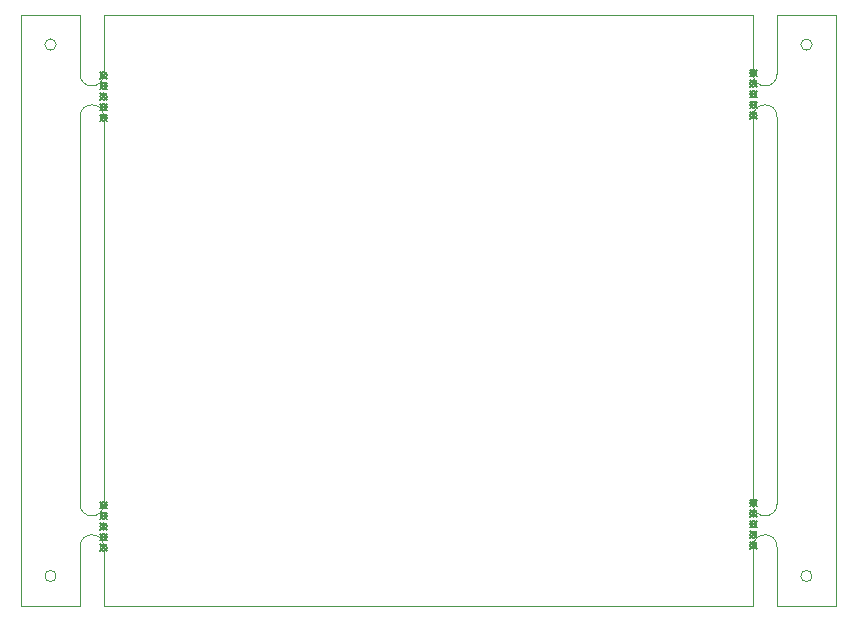
<source format=gm1>
G04 #@! TF.GenerationSoftware,KiCad,Pcbnew,(5.1.6-0-10_14)*
G04 #@! TF.CreationDate,2021-10-07T11:44:50+09:00*
G04 #@! TF.ProjectId,peltier,70656c74-6965-4722-9e6b-696361645f70,rev?*
G04 #@! TF.SameCoordinates,Original*
G04 #@! TF.FileFunction,Profile,NP*
%FSLAX46Y46*%
G04 Gerber Fmt 4.6, Leading zero omitted, Abs format (unit mm)*
G04 Created by KiCad (PCBNEW (5.1.6-0-10_14)) date 2021-10-07 11:44:50*
%MOMM*%
%LPD*%
G01*
G04 APERTURE LIST*
G04 #@! TA.AperFunction,Profile*
%ADD10C,0.100000*%
G04 #@! TD*
G04 #@! TA.AperFunction,Profile*
%ADD11C,0.200000*%
G04 #@! TD*
G04 APERTURE END LIST*
D10*
X184000000Y-69000000D02*
X184000000Y-64000000D01*
X129000000Y-69000000D02*
X129000000Y-64000000D01*
X129000000Y-19000000D02*
X129000000Y-24000000D01*
X184000000Y-19000000D02*
X184000000Y-24000000D01*
X188975000Y-66500000D02*
G75*
G03*
X188975000Y-66500000I-475000J0D01*
G01*
X191000000Y-19000000D02*
X186000000Y-19000000D01*
D11*
X184275000Y-25700000D02*
G75*
G03*
X184275000Y-25700000I-275000J0D01*
G01*
X183725000Y-25425000D02*
X184275000Y-25975000D01*
X183725000Y-25975000D02*
X184275000Y-25425000D01*
D10*
X184000000Y-64000000D02*
G75*
G02*
X186000000Y-64000000I1000000J0D01*
G01*
X186000000Y-60400000D02*
G75*
G02*
X184000000Y-60400000I-1000000J0D01*
G01*
X186000000Y-69000000D02*
X191000000Y-69000000D01*
D11*
X184275000Y-24800000D02*
G75*
G03*
X184275000Y-24800000I-275000J0D01*
G01*
X183725000Y-24525000D02*
X184275000Y-25075000D01*
X183725000Y-25075000D02*
X184275000Y-24525000D01*
X184275000Y-27500000D02*
G75*
G03*
X184275000Y-27500000I-275000J0D01*
G01*
X183725000Y-27225000D02*
X184275000Y-27775000D01*
X183725000Y-27775000D02*
X184275000Y-27225000D01*
X184275000Y-23900000D02*
G75*
G03*
X184275000Y-23900000I-275000J0D01*
G01*
X183725000Y-23625000D02*
X184275000Y-24175000D01*
X183725000Y-24175000D02*
X184275000Y-23625000D01*
X184275000Y-61200000D02*
G75*
G03*
X184275000Y-61200000I-275000J0D01*
G01*
X183725000Y-60925000D02*
X184275000Y-61475000D01*
X183725000Y-61475000D02*
X184275000Y-60925000D01*
X184275000Y-26600000D02*
G75*
G03*
X184275000Y-26600000I-275000J0D01*
G01*
X183725000Y-26325000D02*
X184275000Y-26875000D01*
X183725000Y-26875000D02*
X184275000Y-26325000D01*
D10*
X186000000Y-19000000D02*
X186000000Y-24000000D01*
X186000000Y-69000000D02*
X186000000Y-64000000D01*
X186000000Y-24000000D02*
G75*
G02*
X184000000Y-24000000I-1000000J0D01*
G01*
X191000000Y-19000000D02*
X191000000Y-69000000D01*
X186000000Y-27600000D02*
X186000000Y-60400000D01*
D11*
X184275000Y-60300000D02*
G75*
G03*
X184275000Y-60300000I-275000J0D01*
G01*
X183725000Y-60025000D02*
X184275000Y-60575000D01*
X183725000Y-60575000D02*
X184275000Y-60025000D01*
X184275000Y-62100000D02*
G75*
G03*
X184275000Y-62100000I-275000J0D01*
G01*
X183725000Y-61825000D02*
X184275000Y-62375000D01*
X183725000Y-62375000D02*
X184275000Y-61825000D01*
D10*
X188975000Y-21500000D02*
G75*
G03*
X188975000Y-21500000I-475000J0D01*
G01*
D11*
X184275000Y-63000000D02*
G75*
G03*
X184275000Y-63000000I-275000J0D01*
G01*
X183725000Y-62725000D02*
X184275000Y-63275000D01*
X183725000Y-63275000D02*
X184275000Y-62725000D01*
X184275000Y-63900000D02*
G75*
G03*
X184275000Y-63900000I-275000J0D01*
G01*
X183725000Y-63625000D02*
X184275000Y-64175000D01*
X183725000Y-64175000D02*
X184275000Y-63625000D01*
D10*
X184000000Y-27600000D02*
G75*
G02*
X186000000Y-27600000I1000000J0D01*
G01*
X124975000Y-66500000D02*
G75*
G03*
X124975000Y-66500000I-475000J0D01*
G01*
D11*
X129275000Y-25900000D02*
G75*
G03*
X129275000Y-25900000I-275000J0D01*
G01*
X128725000Y-25625000D02*
X129275000Y-26175000D01*
X128725000Y-26175000D02*
X129275000Y-25625000D01*
X129275000Y-26800000D02*
G75*
G03*
X129275000Y-26800000I-275000J0D01*
G01*
X128725000Y-26525000D02*
X129275000Y-27075000D01*
X128725000Y-27075000D02*
X129275000Y-26525000D01*
D10*
X127000000Y-27600000D02*
G75*
G02*
X129000000Y-27600000I1000000J0D01*
G01*
D11*
X129275000Y-27700000D02*
G75*
G03*
X129275000Y-27700000I-275000J0D01*
G01*
X128725000Y-27425000D02*
X129275000Y-27975000D01*
X128725000Y-27975000D02*
X129275000Y-27425000D01*
X129275000Y-25000000D02*
G75*
G03*
X129275000Y-25000000I-275000J0D01*
G01*
X128725000Y-24725000D02*
X129275000Y-25275000D01*
X128725000Y-25275000D02*
X129275000Y-24725000D01*
X129275000Y-24100000D02*
G75*
G03*
X129275000Y-24100000I-275000J0D01*
G01*
X128725000Y-23825000D02*
X129275000Y-24375000D01*
X128725000Y-24375000D02*
X129275000Y-23825000D01*
X129275000Y-63200000D02*
G75*
G03*
X129275000Y-63200000I-275000J0D01*
G01*
X128725000Y-62925000D02*
X129275000Y-63475000D01*
X128725000Y-63475000D02*
X129275000Y-62925000D01*
X129275000Y-64100000D02*
G75*
G03*
X129275000Y-64100000I-275000J0D01*
G01*
X128725000Y-63825000D02*
X129275000Y-64375000D01*
X128725000Y-64375000D02*
X129275000Y-63825000D01*
D10*
X127000000Y-69000000D02*
X127000000Y-64000000D01*
X122000000Y-69000000D02*
X127000000Y-69000000D01*
X129000000Y-24000000D02*
G75*
G02*
X127000000Y-24000000I-1000000J0D01*
G01*
X127000000Y-19000000D02*
X127000000Y-24000000D01*
X127000000Y-19000000D02*
X122000000Y-19000000D01*
D11*
X129275000Y-61400000D02*
G75*
G03*
X129275000Y-61400000I-275000J0D01*
G01*
X128725000Y-61125000D02*
X129275000Y-61675000D01*
X128725000Y-61675000D02*
X129275000Y-61125000D01*
D10*
X127000000Y-27600000D02*
X127000000Y-60400000D01*
X124975000Y-21500000D02*
G75*
G03*
X124975000Y-21500000I-475000J0D01*
G01*
X122000000Y-19000000D02*
X122000000Y-69000000D01*
D11*
X129275000Y-62300000D02*
G75*
G03*
X129275000Y-62300000I-275000J0D01*
G01*
X128725000Y-62025000D02*
X129275000Y-62575000D01*
X128725000Y-62575000D02*
X129275000Y-62025000D01*
D10*
X127000000Y-64000000D02*
G75*
G02*
X129000000Y-64000000I1000000J0D01*
G01*
X129000000Y-60400000D02*
G75*
G02*
X127000000Y-60400000I-1000000J0D01*
G01*
D11*
X129275000Y-60500000D02*
G75*
G03*
X129275000Y-60500000I-275000J0D01*
G01*
X128725000Y-60225000D02*
X129275000Y-60775000D01*
X128725000Y-60775000D02*
X129275000Y-60225000D01*
D10*
X129000000Y-60400000D02*
X129000000Y-27600000D01*
X184000000Y-69000000D02*
X129000000Y-69000000D01*
X184000000Y-27600000D02*
X184000000Y-60400000D01*
X129000000Y-19000000D02*
X184000000Y-19000000D01*
M02*

</source>
